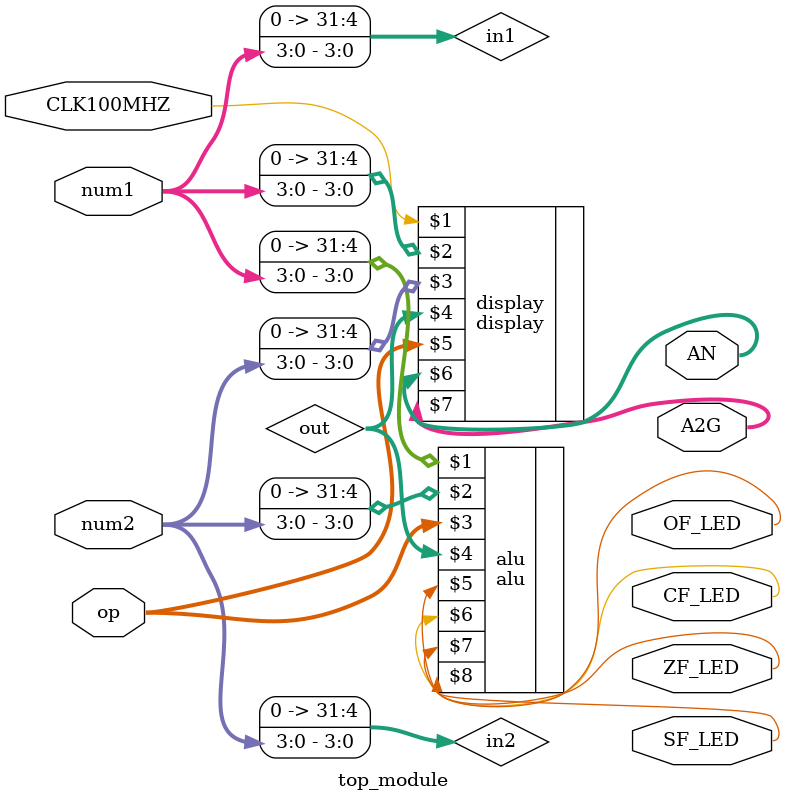
<source format=sv>
module top_module
(
input CLK100MHZ,
input [3:0] num1,
input [3:0] num2,
input [2:0] op,
output [7:0] AN,
output [6:0] A2G,
output OF_LED, CF_LED, ZF_LED, SF_LED
);

reg [31:0] in1, in2, out;

assign in1 = {28'b0,num1};
assign in2 = {28'b0,num2};
alu alu(in1, in2, op, out, OF_LED, CF_LED, ZF_LED, SF_LED);
display display(CLK100MHZ, in1, in2, out, op, AN, A2G);

endmodule

</source>
